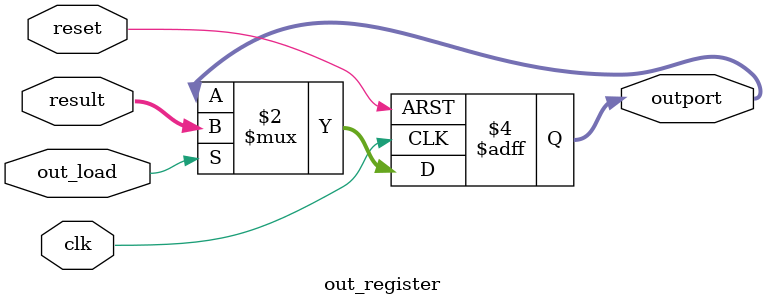
<source format=v>
`timescale 1ns / 1ps


module dedicated_processor (
    input        clk,
    input        reset,
    // output   [15:0] outport
    output [3:0] fndcom,
    output [7:0] fndfont
);

    wire i_less_equal_10,
     sum_src_sel,
     i_src_sel,
     sum_load,
     i_load,
     adder_sel,
     out_load;

    wire [15:0] outport;

    controlunit U_controlunit (
        .clk            (clk),
        .reset          (reset),
        .i_less_equal_10(i_less_equal_10),
        .sum_src_sel    (sum_src_sel),
        .i_src_sel      (i_src_sel),
        .sum_load       (sum_load),
        .i_load         (i_load),
        .adder_sel      (adder_sel),
        .out_load       (out_load)
    );
    datapath U_datapath (
        .clk            (clk),
        .reset          (reset),
        .sum_src_sel    (sum_src_sel),
        .i_src_sel      (i_src_sel),
        .sum_load       (sum_load),
        .i_load         (i_load),
        .adder_sel      (adder_sel),
        .out_load       (out_load),
        .i_less_equal_10(i_less_equal_10),
        .outport        (outport)
    );

    fnd_controller U_fnd_controller (
        .clk       (clk),
        .reset     (reset),
        .sum_result(outport),
        .fndcom    (fndcom),
        .fndfont   (fndfont)
    );
endmodule


module controlunit (
    input  clk,
    input  reset,
    input  i_less_equal_10,
    output sum_src_sel,
    output i_src_sel,
    output sum_load,
    output i_load,
    output adder_sel,
    output out_load
);

    localparam S0 = 0, S1 = 1, S2 = 2, S3 = 3, S4 = 4, S5 = 5;

    reg [2:0] state_reg, state_next;
    reg [5:0] controlsignal;

    assign {sum_src_sel,i_src_sel,sum_load,i_load,adder_sel,out_load} = controlsignal;

    always @(posedge clk, posedge reset) begin
        if (reset) begin
            state_reg <= 0;
        end else begin
            state_reg <= state_next;
        end
    end

    always @(*) begin
        state_next = state_reg;
        case (state_reg)
            S0: begin
                state_next = S1;
            end
            S1: begin
                if (i_less_equal_10) begin
                    state_next = S2;
                end else begin
                    state_next = S5;
                end
            end
            S2: begin
                state_next = S3;
            end
            S3: begin
                state_next = S4;
            end
            S4: begin
                state_next = S1;
            end
            S5: begin
                state_next = S5;
            end
        endcase
    end

    always @(*) begin
        // sum_src_sel = 0;
        // i_src_sel   = 0;
        // sum_load    = 0;
        // i_load      = 0;
        // adder_sel   = 0;
        // out_load    = 0;
        controlsignal = 0;
        case (state_reg)

            S0: begin
                controlsignal = 6'b0011xx;
            end
            S1: begin
                controlsignal = 6'bxx00x0;
            end
            S2: begin
                controlsignal = 6'b1x1000;
            end
            S3: begin
                controlsignal = 6'bx10110;
            end
            S4: begin
                controlsignal = 6'bxx00x1;
            end
            S5: begin
                controlsignal = 6'bxx00x0;
            end

            // S0: begin
            //     sum_src_sel = 0;
            //     i_src_sel   = 0;
            //     sum_load    = 1;
            //     i_load      = 1;
            //     adder_sel   = 0;
            //     out_load    = 0;
            // end
            // S1: begin
            //     sum_src_sel = 0;
            //     i_src_sel   = 0;
            //     sum_load    = 0;
            //     i_load      = 0;
            //     adder_sel   = 0;
            //     out_load    = 0;
            // end
            // S2: begin
            //     sum_src_sel = 1;
            //     i_src_sel   = 0;
            //     sum_load    = 1;
            //     i_load      = 0;
            //     adder_sel   = 0;
            //     out_load    = 0;

            // end
            // S3: begin
            //     sum_src_sel = 0;
            //     i_src_sel   = 1;
            //     sum_load    = 0;
            //     i_load      = 1;
            //     adder_sel   = 1;
            //     out_load    = 0;

            // end
            // S4: begin
            //     sum_src_sel = 0;
            //     i_src_sel   = 0;
            //     sum_load    = 0;
            //     i_load      = 0;
            //     adder_sel   = 0;
            //     out_load    = 1;

            // end
            // S5: begin
            //     sum_src_sel = 0;
            //     i_src_sel   = 0;
            //     sum_load    = 0;
            //     i_load      = 0;
            //     adder_sel   = 0;
            //     out_load    = 0;

            // end
        endcase
    end
endmodule

module datapath (
    input         clk,
    input         reset,
    input         sum_src_sel,
    input         i_src_sel,
    input         sum_load,
    input         i_load,
    input         adder_sel,
    input         out_load,
    output        i_less_equal_10,
    output [15:0] outport
);

    wire [15:0] result, sum_data, i_data, sum_reg_out, i_reg_out, add_mux_out;

    mux_2x1 U_mux_2x1_sum (
        .x0 (16'd0),
        .x1 (result),
        .sel(sum_src_sel),
        .y  (sum_data)
    );

    mux_2x1 U_mux_2x1_i (
        .x0 (16'd0),
        .x1 (result),
        .sel(i_src_sel),
        .y  (i_data)
    );

    register U_register_sum (
        .clk  (clk),
        .reset(reset),
        .d_in (sum_data),
        .load (sum_load),
        .q_out(sum_reg_out)
    );

    register U_register_i (
        .clk  (clk),
        .reset(reset),
        .d_in (i_data),
        .load (i_load),
        .q_out(i_reg_out)
    );

    mux_2x1 U_mux_2x1_adder (
        .x0 (sum_reg_out),
        .x1 (16'd1),
        .sel(adder_sel),
        .y  (add_mux_out)
    );

    adder U_adder (
        .a_in  (add_mux_out),
        .b_in  (i_reg_out),
        .result(result)
    );

    comparator U_comparator (
        .i_in           (i_reg_out),
        .object         (16'd10),
        .i_less_equal_10(i_less_equal_10)
    );

    out_register U_out_register (
        .clk     (clk),
        .reset   (reset),
        .result  (sum_reg_out),
        .out_load(out_load),
        .outport (outport)
    );
endmodule

module mux_2x1 (
    input      [15:0] x0,
    input      [15:0] x1,
    input             sel,
    output reg [15:0] y
);
    always @(*) begin
        case (sel)
            1'b0: begin
                y = x0;
            end
            1'b1: begin
                y = x1;
            end
            default: y = 16'bx;
        endcase
    end
    // assign y = (sel) ? x1 : x0;
endmodule

module register (
    input             clk,
    input             reset,
    input      [15:0] d_in,
    input             load,
    output reg [15:0] q_out
);

    always @(posedge clk, posedge reset) begin
        if (reset) begin
            q_out <= 0;
        end else begin
            if (load) begin
                q_out <= d_in;
            end
        end
    end
endmodule

module adder (
    input  [15:0] a_in,
    input  [15:0] b_in,
    output [15:0] result
);
    assign result = a_in + b_in;
endmodule

module comparator (
    input  [15:0] i_in,
    input  [15:0] object,
    output        i_less_equal_10
);

    assign i_less_equal_10 = (i_in <= object);
endmodule

module out_register (
    input             clk,
    input             reset,
    input      [15:0] result,
    input             out_load,
    output reg [15:0] outport
);

    always @(posedge clk, posedge reset) begin
        if (reset) begin
            outport <= 0;
        end else begin
            if (out_load) begin
                outport <= result;
            end
        end
    end
endmodule

</source>
